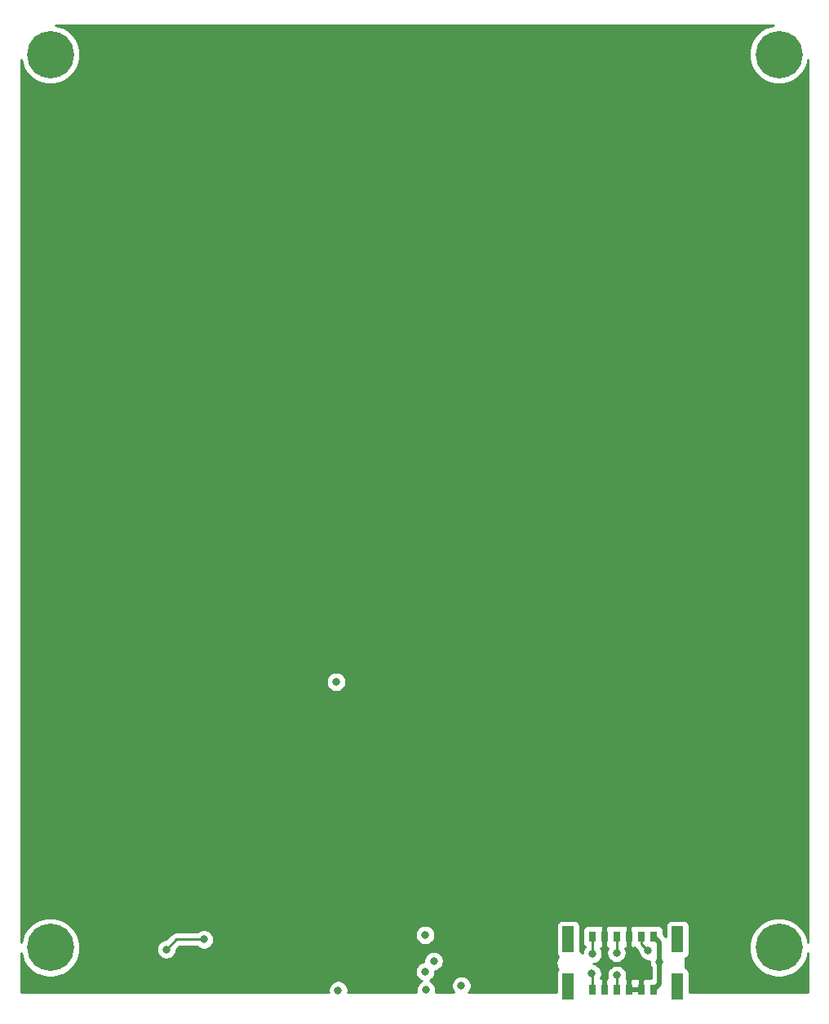
<source format=gbr>
%TF.GenerationSoftware,KiCad,Pcbnew,(5.1.10)-1*%
%TF.CreationDate,2022-11-16T11:33:55-08:00*%
%TF.ProjectId,XYFaces,58594661-6365-4732-9e6b-696361645f70,1.0*%
%TF.SameCoordinates,Original*%
%TF.FileFunction,Copper,L4,Bot*%
%TF.FilePolarity,Positive*%
%FSLAX46Y46*%
G04 Gerber Fmt 4.6, Leading zero omitted, Abs format (unit mm)*
G04 Created by KiCad (PCBNEW (5.1.10)-1) date 2022-11-16 11:33:55*
%MOMM*%
%LPD*%
G01*
G04 APERTURE LIST*
%TA.AperFunction,SMDPad,CuDef*%
%ADD10R,0.800000X1.100000*%
%TD*%
%TA.AperFunction,SMDPad,CuDef*%
%ADD11R,1.200000X2.700000*%
%TD*%
%TA.AperFunction,ComponentPad*%
%ADD12C,4.900000*%
%TD*%
%TA.AperFunction,ViaPad*%
%ADD13C,0.800000*%
%TD*%
%TA.AperFunction,Conductor*%
%ADD14C,0.250000*%
%TD*%
%TA.AperFunction,Conductor*%
%ADD15C,0.500000*%
%TD*%
%TA.AperFunction,Conductor*%
%ADD16C,0.254000*%
%TD*%
%TA.AperFunction,Conductor*%
%ADD17C,0.100000*%
%TD*%
G04 APERTURE END LIST*
D10*
%TO.P,J1,2*%
%TO.N,3V3*%
X157825000Y-134950000D03*
%TO.P,J1,4*%
%TO.N,Net-(J1-Pad10)*%
X155285000Y-134950000D03*
%TO.P,J1,3*%
%TO.N,GND*%
X156555000Y-134950000D03*
%TO.P,J1,6*%
%TO.N,SCL*%
X152745000Y-134950000D03*
%TO.P,J1,1*%
%TO.N,VSOLAR*%
X159095000Y-134950000D03*
%TO.P,J1,5*%
%TO.N,GND*%
X154015000Y-134950000D03*
D11*
%TO.P,J1,*%
%TO.N,*%
X150250000Y-135250000D03*
X161590000Y-140150000D03*
X150250000Y-140150000D03*
X161590000Y-135250000D03*
D10*
%TO.P,J1,7*%
%TO.N,VSOLAR*%
X159095000Y-140450000D03*
%TO.P,J1,12*%
%TO.N,SDA*%
X152745000Y-140450000D03*
%TO.P,J1,9*%
%TO.N,GND*%
X156555000Y-140450000D03*
%TO.P,J1,10*%
%TO.N,Net-(J1-Pad10)*%
X155285000Y-140450000D03*
%TO.P,J1,11*%
%TO.N,GND*%
X154015000Y-140450000D03*
%TO.P,J1,8*%
X157825000Y-140450000D03*
%TD*%
D12*
%TO.P,J5,1*%
%TO.N,Net-(J5-Pad1)*%
X172100000Y-136100000D03*
%TD*%
%TO.P,J4,1*%
%TO.N,Net-(J4-Pad1)*%
X172100000Y-43500000D03*
%TD*%
%TO.P,J3,1*%
%TO.N,Net-(J3-Pad1)*%
X96500000Y-136100000D03*
%TD*%
%TO.P,J2,1*%
%TO.N,Net-(J2-Pad1)*%
X96500000Y-43500000D03*
%TD*%
D13*
%TO.N,GND*%
X131900000Y-139200000D03*
X132400000Y-136400000D03*
X106500000Y-139300000D03*
X172400000Y-86700000D03*
X143900000Y-138000000D03*
%TO.N,VSOLAR*%
X159700000Y-137600000D03*
%TO.N,SDA*%
X135500000Y-140500000D03*
X126375000Y-140525000D03*
X152700000Y-138800000D03*
%TO.N,SCL*%
X139150000Y-140050000D03*
X136300000Y-137500000D03*
X152750000Y-136750000D03*
%TO.N,3V3*%
X135400000Y-138600000D03*
X135400000Y-134800000D03*
X158550000Y-136450000D03*
X112450000Y-135250000D03*
X108550000Y-136300000D03*
%TO.N,Net-(J1-Pad10)*%
X126150000Y-108550000D03*
X155250000Y-136650000D03*
X155285000Y-138965000D03*
%TD*%
D14*
%TO.N,GND*%
X131900000Y-139200000D02*
X131900000Y-139200000D01*
X132400000Y-136400000D02*
X132400000Y-136400000D01*
D15*
X106500000Y-139300000D02*
X106500000Y-139300000D01*
D14*
X156555000Y-134950000D02*
X156555000Y-140450000D01*
X156555000Y-140450000D02*
X157825000Y-140450000D01*
X154015000Y-134950000D02*
X154015000Y-140450000D01*
D15*
%TO.N,VSOLAR*%
X159700000Y-139845000D02*
X159095000Y-140450000D01*
X159700000Y-137600000D02*
X159700000Y-139845000D01*
X159700000Y-135555000D02*
X159095000Y-134950000D01*
X159700000Y-137600000D02*
X159700000Y-135555000D01*
D14*
%TO.N,SDA*%
X152745000Y-138845000D02*
X152700000Y-138800000D01*
X152745000Y-140450000D02*
X152745000Y-138845000D01*
%TO.N,SCL*%
X152745000Y-136745000D02*
X152750000Y-136750000D01*
X152745000Y-134950000D02*
X152745000Y-136745000D01*
%TO.N,3V3*%
X135400000Y-138600000D02*
X135400000Y-138600000D01*
X135400000Y-135000000D02*
X135200000Y-134800000D01*
X157825000Y-135725000D02*
X158550000Y-136450000D01*
X157825000Y-134950000D02*
X157825000Y-135725000D01*
X112450000Y-135250000D02*
X109600000Y-135250000D01*
X109600000Y-135250000D02*
X108550000Y-136300000D01*
X108550000Y-136300000D02*
X108550000Y-136300000D01*
%TO.N,Net-(J1-Pad10)*%
X155285000Y-136615000D02*
X155250000Y-136650000D01*
X155285000Y-134950000D02*
X155285000Y-136615000D01*
X155285000Y-140450000D02*
X155285000Y-138965000D01*
X155285000Y-138965000D02*
X155285000Y-138915000D01*
%TD*%
D16*
%TO.N,GND*%
X171200139Y-40533555D02*
X170638705Y-40766108D01*
X170133427Y-41103724D01*
X169703724Y-41533427D01*
X169366108Y-42038705D01*
X169133555Y-42600139D01*
X169015000Y-43196154D01*
X169015000Y-43803846D01*
X169133555Y-44399861D01*
X169366108Y-44961295D01*
X169703724Y-45466573D01*
X170133427Y-45896276D01*
X170638705Y-46233892D01*
X171200139Y-46466445D01*
X171796154Y-46585000D01*
X172403846Y-46585000D01*
X172999861Y-46466445D01*
X173561295Y-46233892D01*
X174066573Y-45896276D01*
X174496276Y-45466573D01*
X174833892Y-44961295D01*
X175066445Y-44399861D01*
X175140001Y-44030071D01*
X175140000Y-135569924D01*
X175066445Y-135200139D01*
X174833892Y-134638705D01*
X174496276Y-134133427D01*
X174066573Y-133703724D01*
X173561295Y-133366108D01*
X172999861Y-133133555D01*
X172403846Y-133015000D01*
X171796154Y-133015000D01*
X171200139Y-133133555D01*
X170638705Y-133366108D01*
X170133427Y-133703724D01*
X169703724Y-134133427D01*
X169366108Y-134638705D01*
X169133555Y-135200139D01*
X169015000Y-135796154D01*
X169015000Y-136403846D01*
X169133555Y-136999861D01*
X169366108Y-137561295D01*
X169703724Y-138066573D01*
X170133427Y-138496276D01*
X170638705Y-138833892D01*
X171200139Y-139066445D01*
X171796154Y-139185000D01*
X172403846Y-139185000D01*
X172999861Y-139066445D01*
X173561295Y-138833892D01*
X174066573Y-138496276D01*
X174496276Y-138066573D01*
X174833892Y-137561295D01*
X175066445Y-136999861D01*
X175140000Y-136630076D01*
X175140000Y-140740000D01*
X162828072Y-140740000D01*
X162828072Y-138800000D01*
X162815812Y-138675518D01*
X162779502Y-138555820D01*
X162720537Y-138445506D01*
X162641185Y-138348815D01*
X162544494Y-138269463D01*
X162434180Y-138210498D01*
X162405000Y-138201646D01*
X162405000Y-137198354D01*
X162434180Y-137189502D01*
X162544494Y-137130537D01*
X162641185Y-137051185D01*
X162720537Y-136954494D01*
X162779502Y-136844180D01*
X162815812Y-136724482D01*
X162828072Y-136600000D01*
X162828072Y-133900000D01*
X162815812Y-133775518D01*
X162779502Y-133655820D01*
X162720537Y-133545506D01*
X162641185Y-133448815D01*
X162544494Y-133369463D01*
X162434180Y-133310498D01*
X162314482Y-133274188D01*
X162190000Y-133261928D01*
X160990000Y-133261928D01*
X160865518Y-133274188D01*
X160745820Y-133310498D01*
X160635506Y-133369463D01*
X160538815Y-133448815D01*
X160459463Y-133545506D01*
X160400498Y-133655820D01*
X160364188Y-133775518D01*
X160351928Y-133900000D01*
X160351928Y-134954344D01*
X160328817Y-134926183D01*
X160295049Y-134898470D01*
X160133072Y-134736493D01*
X160133072Y-134400000D01*
X160120812Y-134275518D01*
X160084502Y-134155820D01*
X160025537Y-134045506D01*
X159946185Y-133948815D01*
X159849494Y-133869463D01*
X159739180Y-133810498D01*
X159619482Y-133774188D01*
X159495000Y-133761928D01*
X158695000Y-133761928D01*
X158570518Y-133774188D01*
X158460000Y-133807713D01*
X158349482Y-133774188D01*
X158225000Y-133761928D01*
X157425000Y-133761928D01*
X157300518Y-133774188D01*
X157190000Y-133807713D01*
X157079482Y-133774188D01*
X156955000Y-133761928D01*
X156840750Y-133765000D01*
X156682000Y-133923750D01*
X156682000Y-134823000D01*
X156702000Y-134823000D01*
X156702000Y-135077000D01*
X156682000Y-135077000D01*
X156682000Y-135976250D01*
X156840750Y-136135000D01*
X156955000Y-136138072D01*
X157079482Y-136125812D01*
X157163811Y-136100231D01*
X157190026Y-136149276D01*
X157241119Y-136211532D01*
X157285000Y-136265001D01*
X157313998Y-136288799D01*
X157515000Y-136489801D01*
X157515000Y-136551939D01*
X157554774Y-136751898D01*
X157632795Y-136940256D01*
X157746063Y-137109774D01*
X157890226Y-137253937D01*
X158059744Y-137367205D01*
X158248102Y-137445226D01*
X158448061Y-137485000D01*
X158651939Y-137485000D01*
X158668243Y-137481757D01*
X158665000Y-137498061D01*
X158665000Y-137701939D01*
X158704774Y-137901898D01*
X158782795Y-138090256D01*
X158815000Y-138138455D01*
X158815001Y-139261928D01*
X158695000Y-139261928D01*
X158570518Y-139274188D01*
X158460000Y-139307713D01*
X158349482Y-139274188D01*
X158225000Y-139261928D01*
X158110750Y-139265000D01*
X157952000Y-139423750D01*
X157952000Y-140323000D01*
X157972000Y-140323000D01*
X157972000Y-140577000D01*
X157952000Y-140577000D01*
X157952000Y-140597000D01*
X157698000Y-140597000D01*
X157698000Y-140577000D01*
X156682000Y-140577000D01*
X156682000Y-140597000D01*
X156428000Y-140597000D01*
X156428000Y-140577000D01*
X156408000Y-140577000D01*
X156408000Y-140323000D01*
X156428000Y-140323000D01*
X156428000Y-139423750D01*
X156682000Y-139423750D01*
X156682000Y-140323000D01*
X157698000Y-140323000D01*
X157698000Y-139423750D01*
X157539250Y-139265000D01*
X157425000Y-139261928D01*
X157300518Y-139274188D01*
X157190000Y-139307713D01*
X157079482Y-139274188D01*
X156955000Y-139261928D01*
X156840750Y-139265000D01*
X156682000Y-139423750D01*
X156428000Y-139423750D01*
X156277567Y-139273317D01*
X156280226Y-139266898D01*
X156320000Y-139066939D01*
X156320000Y-138863061D01*
X156280226Y-138663102D01*
X156202205Y-138474744D01*
X156088937Y-138305226D01*
X155944774Y-138161063D01*
X155775256Y-138047795D01*
X155586898Y-137969774D01*
X155386939Y-137930000D01*
X155183061Y-137930000D01*
X154983102Y-137969774D01*
X154794744Y-138047795D01*
X154625226Y-138161063D01*
X154481063Y-138305226D01*
X154367795Y-138474744D01*
X154289774Y-138663102D01*
X154250000Y-138863061D01*
X154250000Y-139066939D01*
X154289774Y-139266898D01*
X154292433Y-139273317D01*
X154142000Y-139423750D01*
X154142000Y-140323000D01*
X154162000Y-140323000D01*
X154162000Y-140577000D01*
X154142000Y-140577000D01*
X154142000Y-140597000D01*
X153888000Y-140597000D01*
X153888000Y-140577000D01*
X153868000Y-140577000D01*
X153868000Y-140323000D01*
X153888000Y-140323000D01*
X153888000Y-139423750D01*
X153729250Y-139265000D01*
X153628785Y-139262299D01*
X153695226Y-139101898D01*
X153735000Y-138901939D01*
X153735000Y-138698061D01*
X153695226Y-138498102D01*
X153617205Y-138309744D01*
X153503937Y-138140226D01*
X153359774Y-137996063D01*
X153190256Y-137882795D01*
X153001898Y-137804774D01*
X152877213Y-137779973D01*
X153051898Y-137745226D01*
X153240256Y-137667205D01*
X153409774Y-137553937D01*
X153553937Y-137409774D01*
X153667205Y-137240256D01*
X153745226Y-137051898D01*
X153785000Y-136851939D01*
X153785000Y-136648061D01*
X153745226Y-136448102D01*
X153667205Y-136259744D01*
X153583857Y-136135005D01*
X153615000Y-136138072D01*
X153729250Y-136135000D01*
X153888000Y-135976250D01*
X153888000Y-135077000D01*
X153868000Y-135077000D01*
X153868000Y-134823000D01*
X153888000Y-134823000D01*
X153888000Y-133923750D01*
X154142000Y-133923750D01*
X154142000Y-134823000D01*
X154162000Y-134823000D01*
X154162000Y-135077000D01*
X154142000Y-135077000D01*
X154142000Y-135976250D01*
X154300750Y-136135000D01*
X154348471Y-136136283D01*
X154332795Y-136159744D01*
X154254774Y-136348102D01*
X154215000Y-136548061D01*
X154215000Y-136751939D01*
X154254774Y-136951898D01*
X154332795Y-137140256D01*
X154446063Y-137309774D01*
X154590226Y-137453937D01*
X154759744Y-137567205D01*
X154948102Y-137645226D01*
X155148061Y-137685000D01*
X155351939Y-137685000D01*
X155551898Y-137645226D01*
X155740256Y-137567205D01*
X155909774Y-137453937D01*
X156053937Y-137309774D01*
X156167205Y-137140256D01*
X156245226Y-136951898D01*
X156285000Y-136751939D01*
X156285000Y-136548061D01*
X156245226Y-136348102D01*
X156167205Y-136159744D01*
X156152564Y-136137832D01*
X156155000Y-136138072D01*
X156269250Y-136135000D01*
X156428000Y-135976250D01*
X156428000Y-135077000D01*
X156408000Y-135077000D01*
X156408000Y-134823000D01*
X156428000Y-134823000D01*
X156428000Y-133923750D01*
X156269250Y-133765000D01*
X156155000Y-133761928D01*
X156030518Y-133774188D01*
X155920000Y-133807713D01*
X155809482Y-133774188D01*
X155685000Y-133761928D01*
X154885000Y-133761928D01*
X154760518Y-133774188D01*
X154650000Y-133807713D01*
X154539482Y-133774188D01*
X154415000Y-133761928D01*
X154300750Y-133765000D01*
X154142000Y-133923750D01*
X153888000Y-133923750D01*
X153729250Y-133765000D01*
X153615000Y-133761928D01*
X153490518Y-133774188D01*
X153380000Y-133807713D01*
X153269482Y-133774188D01*
X153145000Y-133761928D01*
X152345000Y-133761928D01*
X152220518Y-133774188D01*
X152100820Y-133810498D01*
X151990506Y-133869463D01*
X151893815Y-133948815D01*
X151814463Y-134045506D01*
X151755498Y-134155820D01*
X151719188Y-134275518D01*
X151706928Y-134400000D01*
X151706928Y-135500000D01*
X151719188Y-135624482D01*
X151755498Y-135744180D01*
X151814463Y-135854494D01*
X151893815Y-135951185D01*
X151985001Y-136026019D01*
X151985001Y-136051288D01*
X151946063Y-136090226D01*
X151832795Y-136259744D01*
X151754774Y-136448102D01*
X151715000Y-136648061D01*
X151715000Y-136648373D01*
X151510057Y-136480181D01*
X151488072Y-136468430D01*
X151488072Y-133900000D01*
X151475812Y-133775518D01*
X151439502Y-133655820D01*
X151380537Y-133545506D01*
X151301185Y-133448815D01*
X151204494Y-133369463D01*
X151094180Y-133310498D01*
X150974482Y-133274188D01*
X150850000Y-133261928D01*
X149650000Y-133261928D01*
X149525518Y-133274188D01*
X149405820Y-133310498D01*
X149295506Y-133369463D01*
X149198815Y-133448815D01*
X149119463Y-133545506D01*
X149060498Y-133655820D01*
X149024188Y-133775518D01*
X149011928Y-133900000D01*
X149011928Y-136600000D01*
X149024188Y-136724482D01*
X149060498Y-136844180D01*
X149119463Y-136954494D01*
X149160971Y-137005072D01*
X149089610Y-137138579D01*
X149006125Y-137413790D01*
X148977936Y-137700000D01*
X149006125Y-137986210D01*
X149089610Y-138261421D01*
X149160971Y-138394928D01*
X149119463Y-138445506D01*
X149060498Y-138555820D01*
X149024188Y-138675518D01*
X149011928Y-138800000D01*
X149011928Y-140740000D01*
X139923711Y-140740000D01*
X139953937Y-140709774D01*
X140067205Y-140540256D01*
X140145226Y-140351898D01*
X140185000Y-140151939D01*
X140185000Y-139948061D01*
X140145226Y-139748102D01*
X140067205Y-139559744D01*
X139953937Y-139390226D01*
X139809774Y-139246063D01*
X139640256Y-139132795D01*
X139451898Y-139054774D01*
X139251939Y-139015000D01*
X139048061Y-139015000D01*
X138848102Y-139054774D01*
X138659744Y-139132795D01*
X138490226Y-139246063D01*
X138346063Y-139390226D01*
X138232795Y-139559744D01*
X138154774Y-139748102D01*
X138115000Y-139948061D01*
X138115000Y-140151939D01*
X138154774Y-140351898D01*
X138232795Y-140540256D01*
X138346063Y-140709774D01*
X138376289Y-140740000D01*
X136507538Y-140740000D01*
X136535000Y-140601939D01*
X136535000Y-140398061D01*
X136495226Y-140198102D01*
X136417205Y-140009744D01*
X136303937Y-139840226D01*
X136159774Y-139696063D01*
X135990256Y-139582795D01*
X135861082Y-139529289D01*
X135890256Y-139517205D01*
X136059774Y-139403937D01*
X136203937Y-139259774D01*
X136317205Y-139090256D01*
X136395226Y-138901898D01*
X136435000Y-138701939D01*
X136435000Y-138528424D01*
X136601898Y-138495226D01*
X136790256Y-138417205D01*
X136959774Y-138303937D01*
X137103937Y-138159774D01*
X137217205Y-137990256D01*
X137295226Y-137801898D01*
X137335000Y-137601939D01*
X137335000Y-137398061D01*
X137295226Y-137198102D01*
X137217205Y-137009744D01*
X137103937Y-136840226D01*
X136959774Y-136696063D01*
X136790256Y-136582795D01*
X136601898Y-136504774D01*
X136401939Y-136465000D01*
X136198061Y-136465000D01*
X135998102Y-136504774D01*
X135809744Y-136582795D01*
X135640226Y-136696063D01*
X135496063Y-136840226D01*
X135382795Y-137009744D01*
X135304774Y-137198102D01*
X135265000Y-137398061D01*
X135265000Y-137571576D01*
X135098102Y-137604774D01*
X134909744Y-137682795D01*
X134740226Y-137796063D01*
X134596063Y-137940226D01*
X134482795Y-138109744D01*
X134404774Y-138298102D01*
X134365000Y-138498061D01*
X134365000Y-138701939D01*
X134404774Y-138901898D01*
X134482795Y-139090256D01*
X134596063Y-139259774D01*
X134740226Y-139403937D01*
X134909744Y-139517205D01*
X135038918Y-139570711D01*
X135009744Y-139582795D01*
X134840226Y-139696063D01*
X134696063Y-139840226D01*
X134582795Y-140009744D01*
X134504774Y-140198102D01*
X134465000Y-140398061D01*
X134465000Y-140601939D01*
X134492462Y-140740000D01*
X127387511Y-140740000D01*
X127410000Y-140626939D01*
X127410000Y-140423061D01*
X127370226Y-140223102D01*
X127292205Y-140034744D01*
X127178937Y-139865226D01*
X127034774Y-139721063D01*
X126865256Y-139607795D01*
X126676898Y-139529774D01*
X126476939Y-139490000D01*
X126273061Y-139490000D01*
X126073102Y-139529774D01*
X125884744Y-139607795D01*
X125715226Y-139721063D01*
X125571063Y-139865226D01*
X125457795Y-140034744D01*
X125379774Y-140223102D01*
X125340000Y-140423061D01*
X125340000Y-140626939D01*
X125362489Y-140740000D01*
X93460000Y-140740000D01*
X93460000Y-136630076D01*
X93533555Y-136999861D01*
X93766108Y-137561295D01*
X94103724Y-138066573D01*
X94533427Y-138496276D01*
X95038705Y-138833892D01*
X95600139Y-139066445D01*
X96196154Y-139185000D01*
X96803846Y-139185000D01*
X97399861Y-139066445D01*
X97961295Y-138833892D01*
X98466573Y-138496276D01*
X98896276Y-138066573D01*
X99233892Y-137561295D01*
X99466445Y-136999861D01*
X99585000Y-136403846D01*
X99585000Y-136198061D01*
X107515000Y-136198061D01*
X107515000Y-136401939D01*
X107554774Y-136601898D01*
X107632795Y-136790256D01*
X107746063Y-136959774D01*
X107890226Y-137103937D01*
X108059744Y-137217205D01*
X108248102Y-137295226D01*
X108448061Y-137335000D01*
X108651939Y-137335000D01*
X108851898Y-137295226D01*
X109040256Y-137217205D01*
X109209774Y-137103937D01*
X109353937Y-136959774D01*
X109467205Y-136790256D01*
X109545226Y-136601898D01*
X109585000Y-136401939D01*
X109585000Y-136339801D01*
X109914802Y-136010000D01*
X111746289Y-136010000D01*
X111790226Y-136053937D01*
X111959744Y-136167205D01*
X112148102Y-136245226D01*
X112348061Y-136285000D01*
X112551939Y-136285000D01*
X112751898Y-136245226D01*
X112940256Y-136167205D01*
X113109774Y-136053937D01*
X113253937Y-135909774D01*
X113367205Y-135740256D01*
X113445226Y-135551898D01*
X113485000Y-135351939D01*
X113485000Y-135148061D01*
X113445226Y-134948102D01*
X113367205Y-134759744D01*
X113325990Y-134698061D01*
X134365000Y-134698061D01*
X134365000Y-134901939D01*
X134404774Y-135101898D01*
X134482795Y-135290256D01*
X134596063Y-135459774D01*
X134740226Y-135603937D01*
X134909744Y-135717205D01*
X135098102Y-135795226D01*
X135298061Y-135835000D01*
X135501939Y-135835000D01*
X135701898Y-135795226D01*
X135890256Y-135717205D01*
X136059774Y-135603937D01*
X136203937Y-135459774D01*
X136317205Y-135290256D01*
X136395226Y-135101898D01*
X136435000Y-134901939D01*
X136435000Y-134698061D01*
X136395226Y-134498102D01*
X136317205Y-134309744D01*
X136203937Y-134140226D01*
X136059774Y-133996063D01*
X135890256Y-133882795D01*
X135701898Y-133804774D01*
X135501939Y-133765000D01*
X135298061Y-133765000D01*
X135098102Y-133804774D01*
X134909744Y-133882795D01*
X134740226Y-133996063D01*
X134596063Y-134140226D01*
X134482795Y-134309744D01*
X134404774Y-134498102D01*
X134365000Y-134698061D01*
X113325990Y-134698061D01*
X113253937Y-134590226D01*
X113109774Y-134446063D01*
X112940256Y-134332795D01*
X112751898Y-134254774D01*
X112551939Y-134215000D01*
X112348061Y-134215000D01*
X112148102Y-134254774D01*
X111959744Y-134332795D01*
X111790226Y-134446063D01*
X111746289Y-134490000D01*
X109637322Y-134490000D01*
X109599999Y-134486324D01*
X109562676Y-134490000D01*
X109562667Y-134490000D01*
X109451014Y-134500997D01*
X109307753Y-134544454D01*
X109175724Y-134615026D01*
X109059999Y-134709999D01*
X109036201Y-134738997D01*
X108510199Y-135265000D01*
X108448061Y-135265000D01*
X108248102Y-135304774D01*
X108059744Y-135382795D01*
X107890226Y-135496063D01*
X107746063Y-135640226D01*
X107632795Y-135809744D01*
X107554774Y-135998102D01*
X107515000Y-136198061D01*
X99585000Y-136198061D01*
X99585000Y-135796154D01*
X99466445Y-135200139D01*
X99233892Y-134638705D01*
X98896276Y-134133427D01*
X98466573Y-133703724D01*
X97961295Y-133366108D01*
X97399861Y-133133555D01*
X96803846Y-133015000D01*
X96196154Y-133015000D01*
X95600139Y-133133555D01*
X95038705Y-133366108D01*
X94533427Y-133703724D01*
X94103724Y-134133427D01*
X93766108Y-134638705D01*
X93533555Y-135200139D01*
X93460000Y-135569924D01*
X93460000Y-108448061D01*
X125115000Y-108448061D01*
X125115000Y-108651939D01*
X125154774Y-108851898D01*
X125232795Y-109040256D01*
X125346063Y-109209774D01*
X125490226Y-109353937D01*
X125659744Y-109467205D01*
X125848102Y-109545226D01*
X126048061Y-109585000D01*
X126251939Y-109585000D01*
X126451898Y-109545226D01*
X126640256Y-109467205D01*
X126809774Y-109353937D01*
X126953937Y-109209774D01*
X127067205Y-109040256D01*
X127145226Y-108851898D01*
X127185000Y-108651939D01*
X127185000Y-108448061D01*
X127145226Y-108248102D01*
X127067205Y-108059744D01*
X126953937Y-107890226D01*
X126809774Y-107746063D01*
X126640256Y-107632795D01*
X126451898Y-107554774D01*
X126251939Y-107515000D01*
X126048061Y-107515000D01*
X125848102Y-107554774D01*
X125659744Y-107632795D01*
X125490226Y-107746063D01*
X125346063Y-107890226D01*
X125232795Y-108059744D01*
X125154774Y-108248102D01*
X125115000Y-108448061D01*
X93460000Y-108448061D01*
X93460000Y-44030076D01*
X93533555Y-44399861D01*
X93766108Y-44961295D01*
X94103724Y-45466573D01*
X94533427Y-45896276D01*
X95038705Y-46233892D01*
X95600139Y-46466445D01*
X96196154Y-46585000D01*
X96803846Y-46585000D01*
X97399861Y-46466445D01*
X97961295Y-46233892D01*
X98466573Y-45896276D01*
X98896276Y-45466573D01*
X99233892Y-44961295D01*
X99466445Y-44399861D01*
X99585000Y-43803846D01*
X99585000Y-43196154D01*
X99466445Y-42600139D01*
X99233892Y-42038705D01*
X98896276Y-41533427D01*
X98466573Y-41103724D01*
X97961295Y-40766108D01*
X97399861Y-40533555D01*
X97030076Y-40460000D01*
X171569924Y-40460000D01*
X171200139Y-40533555D01*
%TA.AperFunction,Conductor*%
D17*
G36*
X171200139Y-40533555D02*
G01*
X170638705Y-40766108D01*
X170133427Y-41103724D01*
X169703724Y-41533427D01*
X169366108Y-42038705D01*
X169133555Y-42600139D01*
X169015000Y-43196154D01*
X169015000Y-43803846D01*
X169133555Y-44399861D01*
X169366108Y-44961295D01*
X169703724Y-45466573D01*
X170133427Y-45896276D01*
X170638705Y-46233892D01*
X171200139Y-46466445D01*
X171796154Y-46585000D01*
X172403846Y-46585000D01*
X172999861Y-46466445D01*
X173561295Y-46233892D01*
X174066573Y-45896276D01*
X174496276Y-45466573D01*
X174833892Y-44961295D01*
X175066445Y-44399861D01*
X175140001Y-44030071D01*
X175140000Y-135569924D01*
X175066445Y-135200139D01*
X174833892Y-134638705D01*
X174496276Y-134133427D01*
X174066573Y-133703724D01*
X173561295Y-133366108D01*
X172999861Y-133133555D01*
X172403846Y-133015000D01*
X171796154Y-133015000D01*
X171200139Y-133133555D01*
X170638705Y-133366108D01*
X170133427Y-133703724D01*
X169703724Y-134133427D01*
X169366108Y-134638705D01*
X169133555Y-135200139D01*
X169015000Y-135796154D01*
X169015000Y-136403846D01*
X169133555Y-136999861D01*
X169366108Y-137561295D01*
X169703724Y-138066573D01*
X170133427Y-138496276D01*
X170638705Y-138833892D01*
X171200139Y-139066445D01*
X171796154Y-139185000D01*
X172403846Y-139185000D01*
X172999861Y-139066445D01*
X173561295Y-138833892D01*
X174066573Y-138496276D01*
X174496276Y-138066573D01*
X174833892Y-137561295D01*
X175066445Y-136999861D01*
X175140000Y-136630076D01*
X175140000Y-140740000D01*
X162828072Y-140740000D01*
X162828072Y-138800000D01*
X162815812Y-138675518D01*
X162779502Y-138555820D01*
X162720537Y-138445506D01*
X162641185Y-138348815D01*
X162544494Y-138269463D01*
X162434180Y-138210498D01*
X162405000Y-138201646D01*
X162405000Y-137198354D01*
X162434180Y-137189502D01*
X162544494Y-137130537D01*
X162641185Y-137051185D01*
X162720537Y-136954494D01*
X162779502Y-136844180D01*
X162815812Y-136724482D01*
X162828072Y-136600000D01*
X162828072Y-133900000D01*
X162815812Y-133775518D01*
X162779502Y-133655820D01*
X162720537Y-133545506D01*
X162641185Y-133448815D01*
X162544494Y-133369463D01*
X162434180Y-133310498D01*
X162314482Y-133274188D01*
X162190000Y-133261928D01*
X160990000Y-133261928D01*
X160865518Y-133274188D01*
X160745820Y-133310498D01*
X160635506Y-133369463D01*
X160538815Y-133448815D01*
X160459463Y-133545506D01*
X160400498Y-133655820D01*
X160364188Y-133775518D01*
X160351928Y-133900000D01*
X160351928Y-134954344D01*
X160328817Y-134926183D01*
X160295049Y-134898470D01*
X160133072Y-134736493D01*
X160133072Y-134400000D01*
X160120812Y-134275518D01*
X160084502Y-134155820D01*
X160025537Y-134045506D01*
X159946185Y-133948815D01*
X159849494Y-133869463D01*
X159739180Y-133810498D01*
X159619482Y-133774188D01*
X159495000Y-133761928D01*
X158695000Y-133761928D01*
X158570518Y-133774188D01*
X158460000Y-133807713D01*
X158349482Y-133774188D01*
X158225000Y-133761928D01*
X157425000Y-133761928D01*
X157300518Y-133774188D01*
X157190000Y-133807713D01*
X157079482Y-133774188D01*
X156955000Y-133761928D01*
X156840750Y-133765000D01*
X156682000Y-133923750D01*
X156682000Y-134823000D01*
X156702000Y-134823000D01*
X156702000Y-135077000D01*
X156682000Y-135077000D01*
X156682000Y-135976250D01*
X156840750Y-136135000D01*
X156955000Y-136138072D01*
X157079482Y-136125812D01*
X157163811Y-136100231D01*
X157190026Y-136149276D01*
X157241119Y-136211532D01*
X157285000Y-136265001D01*
X157313998Y-136288799D01*
X157515000Y-136489801D01*
X157515000Y-136551939D01*
X157554774Y-136751898D01*
X157632795Y-136940256D01*
X157746063Y-137109774D01*
X157890226Y-137253937D01*
X158059744Y-137367205D01*
X158248102Y-137445226D01*
X158448061Y-137485000D01*
X158651939Y-137485000D01*
X158668243Y-137481757D01*
X158665000Y-137498061D01*
X158665000Y-137701939D01*
X158704774Y-137901898D01*
X158782795Y-138090256D01*
X158815000Y-138138455D01*
X158815001Y-139261928D01*
X158695000Y-139261928D01*
X158570518Y-139274188D01*
X158460000Y-139307713D01*
X158349482Y-139274188D01*
X158225000Y-139261928D01*
X158110750Y-139265000D01*
X157952000Y-139423750D01*
X157952000Y-140323000D01*
X157972000Y-140323000D01*
X157972000Y-140577000D01*
X157952000Y-140577000D01*
X157952000Y-140597000D01*
X157698000Y-140597000D01*
X157698000Y-140577000D01*
X156682000Y-140577000D01*
X156682000Y-140597000D01*
X156428000Y-140597000D01*
X156428000Y-140577000D01*
X156408000Y-140577000D01*
X156408000Y-140323000D01*
X156428000Y-140323000D01*
X156428000Y-139423750D01*
X156682000Y-139423750D01*
X156682000Y-140323000D01*
X157698000Y-140323000D01*
X157698000Y-139423750D01*
X157539250Y-139265000D01*
X157425000Y-139261928D01*
X157300518Y-139274188D01*
X157190000Y-139307713D01*
X157079482Y-139274188D01*
X156955000Y-139261928D01*
X156840750Y-139265000D01*
X156682000Y-139423750D01*
X156428000Y-139423750D01*
X156277567Y-139273317D01*
X156280226Y-139266898D01*
X156320000Y-139066939D01*
X156320000Y-138863061D01*
X156280226Y-138663102D01*
X156202205Y-138474744D01*
X156088937Y-138305226D01*
X155944774Y-138161063D01*
X155775256Y-138047795D01*
X155586898Y-137969774D01*
X155386939Y-137930000D01*
X155183061Y-137930000D01*
X154983102Y-137969774D01*
X154794744Y-138047795D01*
X154625226Y-138161063D01*
X154481063Y-138305226D01*
X154367795Y-138474744D01*
X154289774Y-138663102D01*
X154250000Y-138863061D01*
X154250000Y-139066939D01*
X154289774Y-139266898D01*
X154292433Y-139273317D01*
X154142000Y-139423750D01*
X154142000Y-140323000D01*
X154162000Y-140323000D01*
X154162000Y-140577000D01*
X154142000Y-140577000D01*
X154142000Y-140597000D01*
X153888000Y-140597000D01*
X153888000Y-140577000D01*
X153868000Y-140577000D01*
X153868000Y-140323000D01*
X153888000Y-140323000D01*
X153888000Y-139423750D01*
X153729250Y-139265000D01*
X153628785Y-139262299D01*
X153695226Y-139101898D01*
X153735000Y-138901939D01*
X153735000Y-138698061D01*
X153695226Y-138498102D01*
X153617205Y-138309744D01*
X153503937Y-138140226D01*
X153359774Y-137996063D01*
X153190256Y-137882795D01*
X153001898Y-137804774D01*
X152877213Y-137779973D01*
X153051898Y-137745226D01*
X153240256Y-137667205D01*
X153409774Y-137553937D01*
X153553937Y-137409774D01*
X153667205Y-137240256D01*
X153745226Y-137051898D01*
X153785000Y-136851939D01*
X153785000Y-136648061D01*
X153745226Y-136448102D01*
X153667205Y-136259744D01*
X153583857Y-136135005D01*
X153615000Y-136138072D01*
X153729250Y-136135000D01*
X153888000Y-135976250D01*
X153888000Y-135077000D01*
X153868000Y-135077000D01*
X153868000Y-134823000D01*
X153888000Y-134823000D01*
X153888000Y-133923750D01*
X154142000Y-133923750D01*
X154142000Y-134823000D01*
X154162000Y-134823000D01*
X154162000Y-135077000D01*
X154142000Y-135077000D01*
X154142000Y-135976250D01*
X154300750Y-136135000D01*
X154348471Y-136136283D01*
X154332795Y-136159744D01*
X154254774Y-136348102D01*
X154215000Y-136548061D01*
X154215000Y-136751939D01*
X154254774Y-136951898D01*
X154332795Y-137140256D01*
X154446063Y-137309774D01*
X154590226Y-137453937D01*
X154759744Y-137567205D01*
X154948102Y-137645226D01*
X155148061Y-137685000D01*
X155351939Y-137685000D01*
X155551898Y-137645226D01*
X155740256Y-137567205D01*
X155909774Y-137453937D01*
X156053937Y-137309774D01*
X156167205Y-137140256D01*
X156245226Y-136951898D01*
X156285000Y-136751939D01*
X156285000Y-136548061D01*
X156245226Y-136348102D01*
X156167205Y-136159744D01*
X156152564Y-136137832D01*
X156155000Y-136138072D01*
X156269250Y-136135000D01*
X156428000Y-135976250D01*
X156428000Y-135077000D01*
X156408000Y-135077000D01*
X156408000Y-134823000D01*
X156428000Y-134823000D01*
X156428000Y-133923750D01*
X156269250Y-133765000D01*
X156155000Y-133761928D01*
X156030518Y-133774188D01*
X155920000Y-133807713D01*
X155809482Y-133774188D01*
X155685000Y-133761928D01*
X154885000Y-133761928D01*
X154760518Y-133774188D01*
X154650000Y-133807713D01*
X154539482Y-133774188D01*
X154415000Y-133761928D01*
X154300750Y-133765000D01*
X154142000Y-133923750D01*
X153888000Y-133923750D01*
X153729250Y-133765000D01*
X153615000Y-133761928D01*
X153490518Y-133774188D01*
X153380000Y-133807713D01*
X153269482Y-133774188D01*
X153145000Y-133761928D01*
X152345000Y-133761928D01*
X152220518Y-133774188D01*
X152100820Y-133810498D01*
X151990506Y-133869463D01*
X151893815Y-133948815D01*
X151814463Y-134045506D01*
X151755498Y-134155820D01*
X151719188Y-134275518D01*
X151706928Y-134400000D01*
X151706928Y-135500000D01*
X151719188Y-135624482D01*
X151755498Y-135744180D01*
X151814463Y-135854494D01*
X151893815Y-135951185D01*
X151985001Y-136026019D01*
X151985001Y-136051288D01*
X151946063Y-136090226D01*
X151832795Y-136259744D01*
X151754774Y-136448102D01*
X151715000Y-136648061D01*
X151715000Y-136648373D01*
X151510057Y-136480181D01*
X151488072Y-136468430D01*
X151488072Y-133900000D01*
X151475812Y-133775518D01*
X151439502Y-133655820D01*
X151380537Y-133545506D01*
X151301185Y-133448815D01*
X151204494Y-133369463D01*
X151094180Y-133310498D01*
X150974482Y-133274188D01*
X150850000Y-133261928D01*
X149650000Y-133261928D01*
X149525518Y-133274188D01*
X149405820Y-133310498D01*
X149295506Y-133369463D01*
X149198815Y-133448815D01*
X149119463Y-133545506D01*
X149060498Y-133655820D01*
X149024188Y-133775518D01*
X149011928Y-133900000D01*
X149011928Y-136600000D01*
X149024188Y-136724482D01*
X149060498Y-136844180D01*
X149119463Y-136954494D01*
X149160971Y-137005072D01*
X149089610Y-137138579D01*
X149006125Y-137413790D01*
X148977936Y-137700000D01*
X149006125Y-137986210D01*
X149089610Y-138261421D01*
X149160971Y-138394928D01*
X149119463Y-138445506D01*
X149060498Y-138555820D01*
X149024188Y-138675518D01*
X149011928Y-138800000D01*
X149011928Y-140740000D01*
X139923711Y-140740000D01*
X139953937Y-140709774D01*
X140067205Y-140540256D01*
X140145226Y-140351898D01*
X140185000Y-140151939D01*
X140185000Y-139948061D01*
X140145226Y-139748102D01*
X140067205Y-139559744D01*
X139953937Y-139390226D01*
X139809774Y-139246063D01*
X139640256Y-139132795D01*
X139451898Y-139054774D01*
X139251939Y-139015000D01*
X139048061Y-139015000D01*
X138848102Y-139054774D01*
X138659744Y-139132795D01*
X138490226Y-139246063D01*
X138346063Y-139390226D01*
X138232795Y-139559744D01*
X138154774Y-139748102D01*
X138115000Y-139948061D01*
X138115000Y-140151939D01*
X138154774Y-140351898D01*
X138232795Y-140540256D01*
X138346063Y-140709774D01*
X138376289Y-140740000D01*
X136507538Y-140740000D01*
X136535000Y-140601939D01*
X136535000Y-140398061D01*
X136495226Y-140198102D01*
X136417205Y-140009744D01*
X136303937Y-139840226D01*
X136159774Y-139696063D01*
X135990256Y-139582795D01*
X135861082Y-139529289D01*
X135890256Y-139517205D01*
X136059774Y-139403937D01*
X136203937Y-139259774D01*
X136317205Y-139090256D01*
X136395226Y-138901898D01*
X136435000Y-138701939D01*
X136435000Y-138528424D01*
X136601898Y-138495226D01*
X136790256Y-138417205D01*
X136959774Y-138303937D01*
X137103937Y-138159774D01*
X137217205Y-137990256D01*
X137295226Y-137801898D01*
X137335000Y-137601939D01*
X137335000Y-137398061D01*
X137295226Y-137198102D01*
X137217205Y-137009744D01*
X137103937Y-136840226D01*
X136959774Y-136696063D01*
X136790256Y-136582795D01*
X136601898Y-136504774D01*
X136401939Y-136465000D01*
X136198061Y-136465000D01*
X135998102Y-136504774D01*
X135809744Y-136582795D01*
X135640226Y-136696063D01*
X135496063Y-136840226D01*
X135382795Y-137009744D01*
X135304774Y-137198102D01*
X135265000Y-137398061D01*
X135265000Y-137571576D01*
X135098102Y-137604774D01*
X134909744Y-137682795D01*
X134740226Y-137796063D01*
X134596063Y-137940226D01*
X134482795Y-138109744D01*
X134404774Y-138298102D01*
X134365000Y-138498061D01*
X134365000Y-138701939D01*
X134404774Y-138901898D01*
X134482795Y-139090256D01*
X134596063Y-139259774D01*
X134740226Y-139403937D01*
X134909744Y-139517205D01*
X135038918Y-139570711D01*
X135009744Y-139582795D01*
X134840226Y-139696063D01*
X134696063Y-139840226D01*
X134582795Y-140009744D01*
X134504774Y-140198102D01*
X134465000Y-140398061D01*
X134465000Y-140601939D01*
X134492462Y-140740000D01*
X127387511Y-140740000D01*
X127410000Y-140626939D01*
X127410000Y-140423061D01*
X127370226Y-140223102D01*
X127292205Y-140034744D01*
X127178937Y-139865226D01*
X127034774Y-139721063D01*
X126865256Y-139607795D01*
X126676898Y-139529774D01*
X126476939Y-139490000D01*
X126273061Y-139490000D01*
X126073102Y-139529774D01*
X125884744Y-139607795D01*
X125715226Y-139721063D01*
X125571063Y-139865226D01*
X125457795Y-140034744D01*
X125379774Y-140223102D01*
X125340000Y-140423061D01*
X125340000Y-140626939D01*
X125362489Y-140740000D01*
X93460000Y-140740000D01*
X93460000Y-136630076D01*
X93533555Y-136999861D01*
X93766108Y-137561295D01*
X94103724Y-138066573D01*
X94533427Y-138496276D01*
X95038705Y-138833892D01*
X95600139Y-139066445D01*
X96196154Y-139185000D01*
X96803846Y-139185000D01*
X97399861Y-139066445D01*
X97961295Y-138833892D01*
X98466573Y-138496276D01*
X98896276Y-138066573D01*
X99233892Y-137561295D01*
X99466445Y-136999861D01*
X99585000Y-136403846D01*
X99585000Y-136198061D01*
X107515000Y-136198061D01*
X107515000Y-136401939D01*
X107554774Y-136601898D01*
X107632795Y-136790256D01*
X107746063Y-136959774D01*
X107890226Y-137103937D01*
X108059744Y-137217205D01*
X108248102Y-137295226D01*
X108448061Y-137335000D01*
X108651939Y-137335000D01*
X108851898Y-137295226D01*
X109040256Y-137217205D01*
X109209774Y-137103937D01*
X109353937Y-136959774D01*
X109467205Y-136790256D01*
X109545226Y-136601898D01*
X109585000Y-136401939D01*
X109585000Y-136339801D01*
X109914802Y-136010000D01*
X111746289Y-136010000D01*
X111790226Y-136053937D01*
X111959744Y-136167205D01*
X112148102Y-136245226D01*
X112348061Y-136285000D01*
X112551939Y-136285000D01*
X112751898Y-136245226D01*
X112940256Y-136167205D01*
X113109774Y-136053937D01*
X113253937Y-135909774D01*
X113367205Y-135740256D01*
X113445226Y-135551898D01*
X113485000Y-135351939D01*
X113485000Y-135148061D01*
X113445226Y-134948102D01*
X113367205Y-134759744D01*
X113325990Y-134698061D01*
X134365000Y-134698061D01*
X134365000Y-134901939D01*
X134404774Y-135101898D01*
X134482795Y-135290256D01*
X134596063Y-135459774D01*
X134740226Y-135603937D01*
X134909744Y-135717205D01*
X135098102Y-135795226D01*
X135298061Y-135835000D01*
X135501939Y-135835000D01*
X135701898Y-135795226D01*
X135890256Y-135717205D01*
X136059774Y-135603937D01*
X136203937Y-135459774D01*
X136317205Y-135290256D01*
X136395226Y-135101898D01*
X136435000Y-134901939D01*
X136435000Y-134698061D01*
X136395226Y-134498102D01*
X136317205Y-134309744D01*
X136203937Y-134140226D01*
X136059774Y-133996063D01*
X135890256Y-133882795D01*
X135701898Y-133804774D01*
X135501939Y-133765000D01*
X135298061Y-133765000D01*
X135098102Y-133804774D01*
X134909744Y-133882795D01*
X134740226Y-133996063D01*
X134596063Y-134140226D01*
X134482795Y-134309744D01*
X134404774Y-134498102D01*
X134365000Y-134698061D01*
X113325990Y-134698061D01*
X113253937Y-134590226D01*
X113109774Y-134446063D01*
X112940256Y-134332795D01*
X112751898Y-134254774D01*
X112551939Y-134215000D01*
X112348061Y-134215000D01*
X112148102Y-134254774D01*
X111959744Y-134332795D01*
X111790226Y-134446063D01*
X111746289Y-134490000D01*
X109637322Y-134490000D01*
X109599999Y-134486324D01*
X109562676Y-134490000D01*
X109562667Y-134490000D01*
X109451014Y-134500997D01*
X109307753Y-134544454D01*
X109175724Y-134615026D01*
X109059999Y-134709999D01*
X109036201Y-134738997D01*
X108510199Y-135265000D01*
X108448061Y-135265000D01*
X108248102Y-135304774D01*
X108059744Y-135382795D01*
X107890226Y-135496063D01*
X107746063Y-135640226D01*
X107632795Y-135809744D01*
X107554774Y-135998102D01*
X107515000Y-136198061D01*
X99585000Y-136198061D01*
X99585000Y-135796154D01*
X99466445Y-135200139D01*
X99233892Y-134638705D01*
X98896276Y-134133427D01*
X98466573Y-133703724D01*
X97961295Y-133366108D01*
X97399861Y-133133555D01*
X96803846Y-133015000D01*
X96196154Y-133015000D01*
X95600139Y-133133555D01*
X95038705Y-133366108D01*
X94533427Y-133703724D01*
X94103724Y-134133427D01*
X93766108Y-134638705D01*
X93533555Y-135200139D01*
X93460000Y-135569924D01*
X93460000Y-108448061D01*
X125115000Y-108448061D01*
X125115000Y-108651939D01*
X125154774Y-108851898D01*
X125232795Y-109040256D01*
X125346063Y-109209774D01*
X125490226Y-109353937D01*
X125659744Y-109467205D01*
X125848102Y-109545226D01*
X126048061Y-109585000D01*
X126251939Y-109585000D01*
X126451898Y-109545226D01*
X126640256Y-109467205D01*
X126809774Y-109353937D01*
X126953937Y-109209774D01*
X127067205Y-109040256D01*
X127145226Y-108851898D01*
X127185000Y-108651939D01*
X127185000Y-108448061D01*
X127145226Y-108248102D01*
X127067205Y-108059744D01*
X126953937Y-107890226D01*
X126809774Y-107746063D01*
X126640256Y-107632795D01*
X126451898Y-107554774D01*
X126251939Y-107515000D01*
X126048061Y-107515000D01*
X125848102Y-107554774D01*
X125659744Y-107632795D01*
X125490226Y-107746063D01*
X125346063Y-107890226D01*
X125232795Y-108059744D01*
X125154774Y-108248102D01*
X125115000Y-108448061D01*
X93460000Y-108448061D01*
X93460000Y-44030076D01*
X93533555Y-44399861D01*
X93766108Y-44961295D01*
X94103724Y-45466573D01*
X94533427Y-45896276D01*
X95038705Y-46233892D01*
X95600139Y-46466445D01*
X96196154Y-46585000D01*
X96803846Y-46585000D01*
X97399861Y-46466445D01*
X97961295Y-46233892D01*
X98466573Y-45896276D01*
X98896276Y-45466573D01*
X99233892Y-44961295D01*
X99466445Y-44399861D01*
X99585000Y-43803846D01*
X99585000Y-43196154D01*
X99466445Y-42600139D01*
X99233892Y-42038705D01*
X98896276Y-41533427D01*
X98466573Y-41103724D01*
X97961295Y-40766108D01*
X97399861Y-40533555D01*
X97030076Y-40460000D01*
X171569924Y-40460000D01*
X171200139Y-40533555D01*
G37*
%TD.AperFunction*%
%TD*%
M02*

</source>
